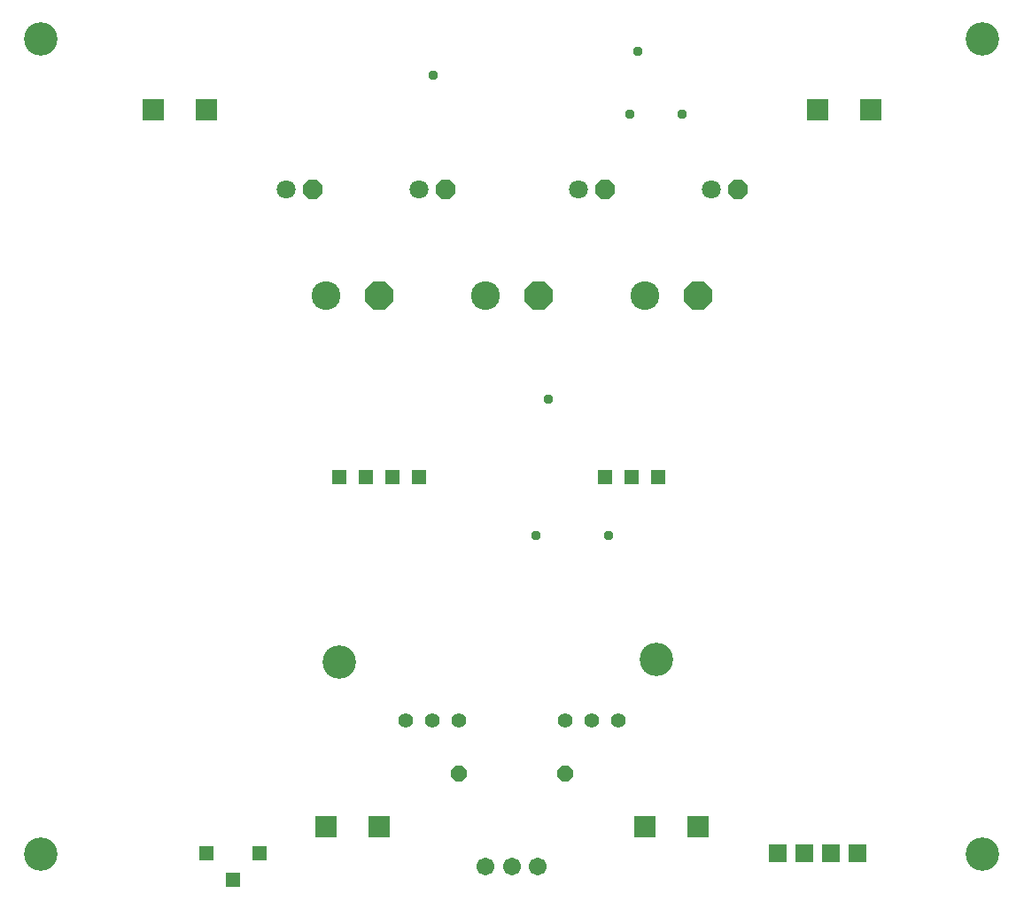
<source format=gbr>
G04 EAGLE Gerber RS-274X export*
G75*
%MOMM*%
%FSLAX34Y34*%
%LPD*%
%INSoldermask Bottom*%
%IPPOS*%
%AMOC8*
5,1,8,0,0,1.08239X$1,22.5*%
G01*
%ADD10C,3.203200*%
%ADD11R,1.473200X1.473200*%
%ADD12P,1.951982X8X22.500000*%
%ADD13C,1.803400*%
%ADD14C,2.743200*%
%ADD15P,2.969212X8X22.500000*%
%ADD16P,1.649562X8X22.500000*%
%ADD17C,1.711200*%
%ADD18R,2.003200X2.003200*%
%ADD19R,1.711200X1.711200*%
%ADD20C,1.411200*%
%ADD21C,0.959600*%


D10*
X-450000Y830000D03*
X450000Y830000D03*
X450000Y50000D03*
X-450000Y50000D03*
X138430Y236220D03*
X-165100Y233680D03*
D11*
X-266700Y25400D03*
X-292100Y50800D03*
X-241300Y50800D03*
D12*
X-190500Y685800D03*
D13*
X-215900Y685800D03*
D12*
X215900Y685800D03*
D13*
X190500Y685800D03*
D12*
X-63500Y685800D03*
D13*
X-88900Y685800D03*
D14*
X127000Y584200D03*
D15*
X177800Y584200D03*
D14*
X-25400Y584200D03*
D15*
X25400Y584200D03*
D14*
X-177800Y584200D03*
D15*
X-127000Y584200D03*
D12*
X88900Y685800D03*
D13*
X63500Y685800D03*
D16*
X-50800Y127000D03*
X50800Y127000D03*
D17*
X0Y38100D03*
X25000Y38100D03*
X-25000Y38100D03*
D18*
X342900Y762000D03*
X292100Y762000D03*
X-292100Y762000D03*
X-342900Y762000D03*
X-127000Y76200D03*
X-177800Y76200D03*
X177800Y76200D03*
X127000Y76200D03*
D19*
X254000Y50800D03*
X330200Y50800D03*
X279400Y50800D03*
X304800Y50800D03*
D20*
X76200Y177800D03*
X50800Y177800D03*
X101600Y177800D03*
X-76200Y177800D03*
X-101600Y177800D03*
X-50800Y177800D03*
D11*
X-88510Y410210D03*
X-113910Y410210D03*
X-139310Y410210D03*
X-164710Y410210D03*
X89290Y410210D03*
X114690Y410210D03*
X140090Y410210D03*
D21*
X112500Y757500D03*
X162500Y757500D03*
X35000Y485000D03*
X22500Y355000D03*
X92500Y355000D03*
X120000Y817500D03*
X-75000Y795000D03*
M02*

</source>
